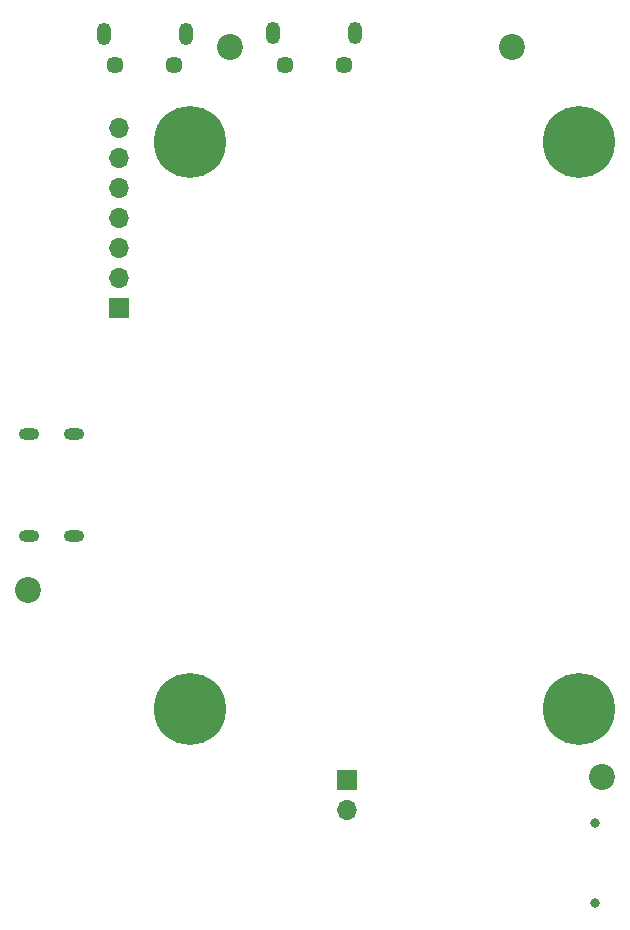
<source format=gbr>
%TF.GenerationSoftware,KiCad,Pcbnew,(5.99.0-10362-gce3a84f579)*%
%TF.CreationDate,2021-05-11T10:28:48-04:00*%
%TF.ProjectId,rpi-cm4-carrier,7270692d-636d-4342-9d63-617272696572,v01*%
%TF.SameCoordinates,Original*%
%TF.FileFunction,Soldermask,Bot*%
%TF.FilePolarity,Negative*%
%FSLAX46Y46*%
G04 Gerber Fmt 4.6, Leading zero omitted, Abs format (unit mm)*
G04 Created by KiCad (PCBNEW (5.99.0-10362-gce3a84f579)) date 2021-05-11 10:28:48*
%MOMM*%
%LPD*%
G01*
G04 APERTURE LIST*
%ADD10C,1.450000*%
%ADD11O,1.200000X1.900000*%
%ADD12R,1.700000X1.700000*%
%ADD13O,1.700000X1.700000*%
%ADD14C,0.800000*%
%ADD15C,6.100000*%
%ADD16C,2.200000*%
%ADD17O,1.701800X1.016000*%
G04 APERTURE END LIST*
D10*
%TO.C,J6*%
X124425000Y-55102500D03*
D11*
X125425000Y-52402500D03*
D10*
X119425000Y-55102500D03*
D11*
X118425000Y-52402500D03*
%TD*%
D12*
%TO.C,J9*%
X139000000Y-115610000D03*
D13*
X139000000Y-118150000D03*
%TD*%
D12*
%TO.C,J1*%
X119725000Y-75600000D03*
D13*
X119725000Y-73060000D03*
X119725000Y-70520000D03*
X119725000Y-67980000D03*
X119725000Y-65440000D03*
X119725000Y-62900000D03*
X119725000Y-60360000D03*
%TD*%
D14*
%TO.C,S1*%
X160025000Y-126027500D03*
X160025000Y-119227500D03*
%TD*%
D15*
%TO.C,Module1*%
X125700000Y-109575000D03*
X158700000Y-61575000D03*
X125700000Y-61575000D03*
X158700000Y-109575000D03*
%TD*%
D16*
%TO.C,REF\u002A\u002A*%
X112025000Y-99525000D03*
%TD*%
%TO.C,REF\u002A\u002A*%
X160600000Y-115350000D03*
%TD*%
%TO.C,REF\u002A\u002A*%
X129125000Y-53550000D03*
%TD*%
%TO.C,REF\u002A\u002A*%
X153000000Y-53550000D03*
%TD*%
D17*
%TO.C,J8*%
X115949401Y-86329998D03*
X115949401Y-94970002D03*
X112149401Y-86330001D03*
X112149401Y-94969999D03*
%TD*%
D10*
%TO.C,J7*%
X133750000Y-55077500D03*
X138750000Y-55077500D03*
D11*
X132750000Y-52377500D03*
X139750000Y-52377500D03*
%TD*%
M02*

</source>
